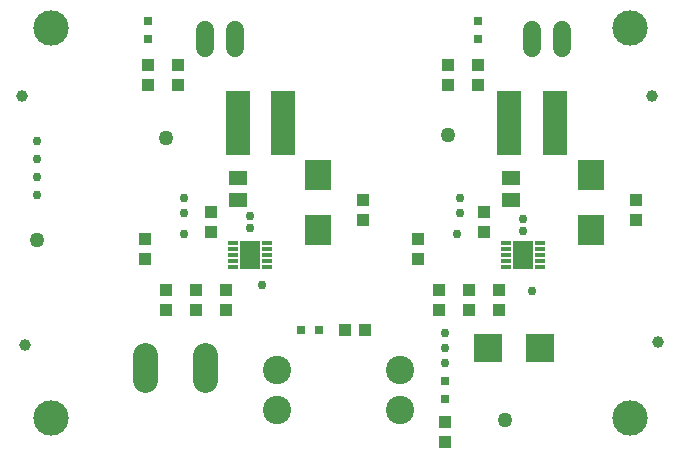
<source format=gts>
G75*
%MOIN*%
%OFA0B0*%
%FSLAX25Y25*%
%IPPOS*%
%LPD*%
%AMOC8*
5,1,8,0,0,1.08239X$1,22.5*
%
%ADD10C,0.08250*%
%ADD11C,0.09449*%
%ADD12R,0.03150X0.03150*%
%ADD13R,0.03937X0.04331*%
%ADD14R,0.04331X0.03937*%
%ADD15R,0.09449X0.09449*%
%ADD16C,0.05000*%
%ADD17R,0.03200X0.01200*%
%ADD18R,0.06500X0.09400*%
%ADD19R,0.08661X0.09843*%
%ADD20R,0.08465X0.21654*%
%ADD21R,0.05906X0.05118*%
%ADD22C,0.03937*%
%ADD23C,0.11811*%
%ADD24C,0.06000*%
%ADD25C,0.02953*%
D10*
X0098600Y0040175D02*
X0098600Y0048425D01*
X0118600Y0048425D02*
X0118600Y0040175D01*
D11*
X0142600Y0043500D03*
X0142600Y0030100D03*
X0183600Y0030100D03*
X0183600Y0043500D03*
D12*
X0198600Y0039753D03*
X0198600Y0033847D03*
X0156553Y0056800D03*
X0150647Y0056800D03*
X0099600Y0153847D03*
X0099600Y0159753D03*
X0209600Y0159753D03*
X0209600Y0153847D03*
D13*
X0171100Y0100146D03*
X0171100Y0093454D03*
X0206600Y0070146D03*
X0206600Y0063454D03*
X0171946Y0056800D03*
X0165254Y0056800D03*
X0115600Y0063454D03*
X0115600Y0070146D03*
X0120600Y0089454D03*
X0120600Y0096146D03*
X0211600Y0096146D03*
X0211600Y0089454D03*
X0262100Y0093454D03*
X0262100Y0100146D03*
D14*
X0216600Y0070146D03*
X0216600Y0063454D03*
X0196600Y0063454D03*
X0196600Y0070146D03*
X0189600Y0080454D03*
X0189600Y0087146D03*
X0125600Y0070146D03*
X0125600Y0063454D03*
X0105600Y0063454D03*
X0105600Y0070146D03*
X0098600Y0080454D03*
X0098600Y0087146D03*
X0099600Y0138454D03*
X0099600Y0145146D03*
X0109600Y0145146D03*
X0109600Y0138454D03*
X0199600Y0138454D03*
X0209600Y0138454D03*
X0209600Y0145146D03*
X0199600Y0145146D03*
X0198600Y0026146D03*
X0198600Y0019454D03*
D15*
X0212939Y0050800D03*
X0230261Y0050800D03*
D16*
X0218600Y0026800D03*
X0062600Y0086800D03*
X0105600Y0120800D03*
X0199600Y0121800D03*
D17*
X0218900Y0085700D03*
X0218900Y0083800D03*
X0218900Y0081800D03*
X0218900Y0079800D03*
X0218900Y0077900D03*
X0230300Y0077900D03*
X0230300Y0079800D03*
X0230300Y0081800D03*
X0230300Y0083800D03*
X0230300Y0085700D03*
X0139300Y0085700D03*
X0139300Y0083800D03*
X0139300Y0081800D03*
X0139300Y0079800D03*
X0139300Y0077900D03*
X0127900Y0077900D03*
X0127900Y0079800D03*
X0127900Y0081800D03*
X0127900Y0083800D03*
X0127900Y0085700D03*
D18*
X0133600Y0081800D03*
X0224600Y0081800D03*
D19*
X0247100Y0090048D03*
X0247100Y0108552D03*
X0156100Y0108552D03*
X0156100Y0090048D03*
D20*
X0144679Y0125800D03*
X0129521Y0125800D03*
X0220021Y0125800D03*
X0235179Y0125800D03*
D21*
X0220600Y0107540D03*
X0220600Y0100060D03*
X0129600Y0100060D03*
X0129600Y0107540D03*
D22*
X0057600Y0134800D03*
X0058600Y0051800D03*
X0269600Y0052800D03*
X0267600Y0134800D03*
D23*
X0067348Y0027548D03*
X0260261Y0027548D03*
X0260261Y0157469D03*
X0067348Y0157469D03*
D24*
X0118600Y0156800D02*
X0118600Y0150800D01*
X0128600Y0150800D02*
X0128600Y0156800D01*
X0227600Y0156800D02*
X0227600Y0150800D01*
X0237600Y0150800D02*
X0237600Y0156800D01*
D25*
X0203600Y0100800D03*
X0203600Y0095800D03*
X0202600Y0088800D03*
X0224600Y0089800D03*
X0224600Y0093800D03*
X0227600Y0069800D03*
X0198600Y0055800D03*
X0198600Y0050800D03*
X0198600Y0045800D03*
X0137600Y0071800D03*
X0111600Y0088800D03*
X0111600Y0095800D03*
X0111600Y0100800D03*
X0133600Y0094800D03*
X0133600Y0090800D03*
X0062600Y0101800D03*
X0062600Y0107800D03*
X0062600Y0113800D03*
X0062600Y0119800D03*
M02*

</source>
